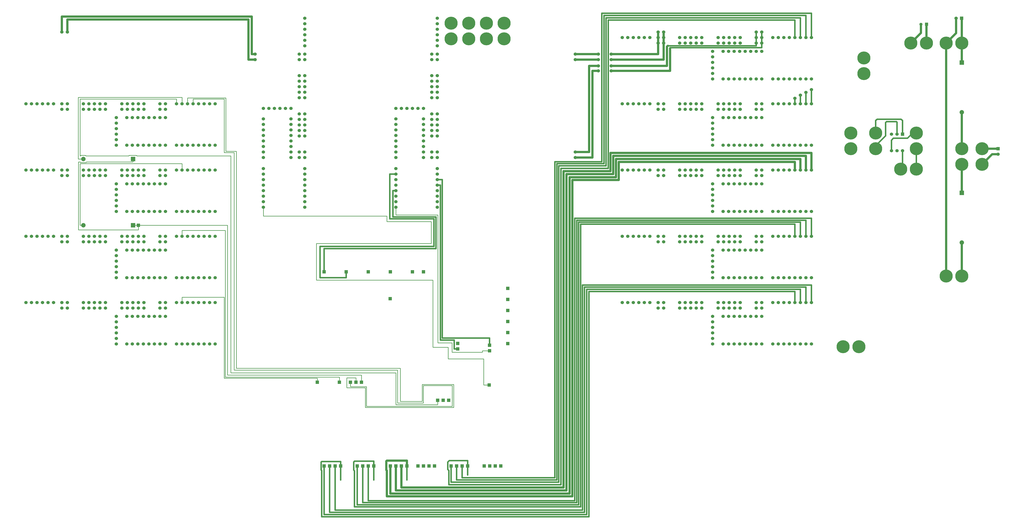
<source format=gbr>
G04 start of page 2 for group 0 idx 0 *
G04 Title: (unknown), P1_W1 *
G04 Creator: pcb 4.2.0 *
G04 CreationDate: Thu Sep 17 11:22:56 2020 UTC *
G04 For: commonadmin *
G04 Format: Gerber/RS-274X *
G04 PCB-Dimensions (mil): 18000.00 11000.00 *
G04 PCB-Coordinate-Origin: lower left *
%MOIN*%
%FSLAX25Y25*%
%LNTOP*%
%ADD24C,0.0280*%
%ADD23C,0.0300*%
%ADD22C,0.0500*%
%ADD21C,0.1870*%
%ADD20C,0.0350*%
%ADD19C,0.0380*%
%ADD18C,0.0800*%
%ADD17C,0.0550*%
%ADD16C,0.0001*%
%ADD15C,0.2362*%
%ADD14C,0.0600*%
%ADD13C,0.0400*%
%ADD12C,0.0100*%
%ADD11C,0.0250*%
G54D11*X770500Y393000D02*X771000D01*
X854500Y492500D02*Y505500D01*
X769000D01*
G54D12*X789500Y421500D02*X732500D01*
Y391000D01*
X693000D01*
X789500Y380000D02*X629500D01*
X789500Y421500D02*Y380000D01*
X629500D02*Y415500D01*
X596000D01*
Y433500D01*
X612500D01*
Y425500D01*
X693000Y391000D02*Y451000D01*
G54D11*X769000Y505500D02*Y792500D01*
X760000D01*
G54D12*X396000Y451000D02*Y844000D01*
X693000Y451000D02*X396000D01*
Y844000D02*X377000D01*
Y940500D01*
X307500D01*
Y930000D01*
G54D13*X1699500Y1085000D02*Y1058000D01*
X1681500Y1040000D01*
X1636000Y1074000D02*Y1058346D01*
X1617654Y1040000D01*
X1681500D02*Y618154D01*
X1681654Y618000D01*
G54D11*X1627500Y848654D02*Y811654D01*
G54D13*X1775500Y838500D02*X1764846D01*
X1746500Y820154D01*
G54D11*X1554000Y848654D02*Y854000D01*
X1572000Y872000D01*
Y896000D01*
X1573500Y897500D01*
X1591500D01*
X1592500Y896500D01*
Y875000D01*
G54D12*X392000Y447500D02*Y841500D01*
X374000D02*Y938500D01*
X317500D01*
Y930000D01*
G54D11*X765500Y502000D02*X790500D01*
Y486000D01*
X797000D01*
X765500Y502000D02*Y782500D01*
X760000D01*
G54D12*X688000Y447500D02*X392000D01*
X787000Y419500D02*X734500D01*
X787000D02*Y382000D01*
X631500Y417500D02*X602500D01*
Y425500D01*
X734500Y419500D02*Y388000D01*
X787000Y382000D02*X631500D01*
Y417500D01*
X688000Y447500D02*Y388000D01*
X734500D02*X688000D01*
X392000Y841500D02*X374000D01*
G54D13*X1746500Y848500D02*X1775500D01*
X1709846Y1084654D02*X1709500Y1085000D01*
X1709846Y1040000D02*Y1084654D01*
X1646000Y1074000D02*Y1040000D01*
X1710000Y1004500D02*Y1039846D01*
X1709846Y1040000D01*
X1710000Y914500D02*Y848500D01*
Y820154D02*Y768500D01*
Y678500D02*Y618000D01*
G54D11*X1602500Y875000D02*Y899500D01*
X1600000Y902000D01*
X1556500D01*
X1554000Y899500D01*
Y877000D01*
X1627500D02*X1621000D01*
X1611500Y867500D01*
X1586000D01*
X1582500Y864000D01*
Y845000D01*
X1602500D02*Y815000D01*
X1599154Y811654D01*
X547500Y671500D02*X754000D01*
Y721500D01*
X674000D01*
Y802500D01*
X685000D01*
X595000Y625500D02*Y615000D01*
X547500D01*
Y671500D01*
G54D13*X1010000Y1010000D02*X1051500D01*
X1075000D02*X1170000D01*
Y1060000D01*
X90000D02*Y1082500D01*
X418000D01*
Y1010000D01*
X430000D01*
G54D12*X287500Y930000D02*Y938500D01*
G54D13*X1010000Y1020000D02*X1051500D01*
X1075000D02*X1160000D01*
Y1060000D02*Y1020000D01*
X424000D02*X430000D01*
G54D12*X760500Y393000D02*Y385000D01*
G54D11*X685000Y772500D02*X679500D01*
Y725000D01*
X757500D01*
X555000Y625500D02*Y667500D01*
X757500Y725000D02*Y667500D01*
X555000D01*
G54D12*X760500Y385000D02*X685000D01*
Y442500D02*X386000D01*
Y835500D02*Y442500D01*
X685000Y385000D02*Y442500D01*
X287500Y938500D02*X113000D01*
Y835500D01*
X113500D01*
X114500Y836500D01*
X122500D01*
X123500Y835500D01*
X201000D01*
X202000Y836500D01*
X215000D01*
X216000Y835500D01*
X386000D01*
G54D13*X80000Y1060000D02*Y1088000D01*
X424000D01*
Y1020000D01*
G54D12*X297500Y810000D02*Y821500D01*
G54D11*X1069500Y813000D02*X984000D01*
G54D12*X109500Y830000D02*Y941500D01*
X297500D01*
Y930000D01*
X113000Y821500D02*X297500D01*
X113000Y710000D02*X119000D01*
Y830000D02*X109500D01*
X113000Y710000D02*Y821500D01*
G54D11*X781000Y240000D02*Y265500D01*
X779000Y267500D01*
Y281000D01*
X781500Y283500D01*
X815000D01*
Y257500D01*
G54D13*X1004500Y219000D02*X668500D01*
G54D11*X1019500Y200000D02*X610000D01*
X1034500Y182000D02*X550500D01*
X984000Y240000D02*X781000D01*
X705000Y274000D02*Y248500D01*
X645000Y282500D02*Y248500D01*
X585000Y282000D02*Y248500D01*
G54D13*X668500Y219000D02*Y265500D01*
X667500Y266500D01*
Y282500D01*
X668500Y283500D01*
X705000D01*
Y274000D01*
G54D11*X610000Y200000D02*Y265000D01*
X608500Y266500D01*
Y281000D01*
X610000Y282500D01*
X645000D01*
X550500Y182000D02*Y265500D01*
X549500Y266500D01*
Y281000D01*
X550500Y282000D01*
X585000D01*
G54D13*X1051500Y989500D02*X1041000D01*
Y832500D01*
X1010000D01*
X1088500Y824500D02*Y792000D01*
X1004500D01*
G54D11*X984000Y813000D02*Y240000D01*
G54D13*X1004500Y792000D02*Y219000D01*
G54D11*X1019500Y712000D02*Y200000D01*
X1034500Y590000D02*Y182000D01*
X1407500Y1050000D02*Y1081500D01*
X1069500D01*
Y813000D01*
X1347500Y1031500D02*X1181500D01*
G54D13*X1075000Y989500D02*X1181500D01*
Y1030500D01*
X1407500Y810000D02*Y824500D01*
G54D11*Y690000D02*Y712000D01*
Y570000D02*Y590000D01*
G54D13*Y824500D02*X1088500D01*
G54D11*X1407500Y712000D02*X1019500D01*
X1407500Y590000D02*X1034500D01*
X1347500Y1060000D02*Y1031500D01*
X1407500Y940000D02*Y930000D01*
G54D12*X622500Y425500D02*Y438500D01*
X380000D01*
G54D11*X805000Y252500D02*Y274000D01*
G54D12*X752000Y489000D02*Y610500D01*
X541000D01*
X854000Y420500D02*X844000D01*
Y468000D01*
X779500D01*
Y489000D02*X752000D01*
G54D11*X973000Y825000D02*Y252500D01*
G54D12*X541000Y677000D02*X749000D01*
Y716500D01*
X779500Y468000D02*Y489000D01*
X541000Y610500D02*Y677000D01*
X380000Y438500D02*Y710000D01*
X749000Y716500D02*X668500D01*
Y726500D01*
X445000D01*
Y742500D01*
X209000Y710000D02*X380000D01*
X218500D02*Y701500D01*
X110000D01*
Y821500D01*
Y824500D02*Y821000D01*
X209000Y830000D02*Y824500D01*
X124500D01*
X123500Y823500D01*
X114000D01*
X113000Y824500D01*
X110000D01*
G54D11*X1437500Y1050000D02*Y1094000D01*
G54D13*Y810000D02*Y841000D01*
G54D11*Y601500D02*Y570000D01*
Y955500D02*Y930000D01*
Y1094000D02*X1058000D01*
X1337500Y1060000D02*Y1035000D01*
X1177500D01*
G54D13*X1075000Y998500D02*X1176000D01*
X1437500Y841000D02*X1073500D01*
X1176000Y998500D02*Y1033500D01*
X1177500Y1035000D01*
G54D11*X1437500Y690000D02*Y722500D01*
X1009000D01*
X1437500Y601500D02*X1023000D01*
X1058000Y1094000D02*Y825000D01*
G54D13*X1035000Y842500D02*Y998500D01*
X1051500D01*
G54D11*X1058000Y825000D02*X973000D01*
G54D13*X1010000Y842500D02*X1035000D01*
X1073500Y841000D02*Y808000D01*
X988500D01*
Y235000D01*
G54D11*X1009000Y722500D02*Y211000D01*
X1023000Y601500D02*Y194000D01*
X805000Y252500D02*X973000D01*
G54D13*X988500Y235000D02*X695000D01*
G54D11*X1009000Y211000D02*X635000D01*
X1023000Y194000D02*X575000D01*
G54D13*X695000Y274000D02*Y235000D01*
G54D11*X635000Y274000D02*Y211000D01*
X575000Y194000D02*Y274000D01*
G54D12*X582500Y425500D02*Y435000D01*
X376000D01*
Y700500D01*
X297500D01*
Y690000D01*
G54D11*X795000Y248500D02*Y274000D01*
X976500Y248500D02*X795000D01*
G54D13*X994000Y229500D02*X685000D01*
Y274000D01*
G54D11*X1012500Y207500D02*X625000D01*
Y274000D01*
X1026500Y190000D02*X565000D01*
Y274000D01*
X1427500Y1050000D02*Y1090000D01*
X1062000D01*
X1427500Y950500D02*Y930000D01*
X1062000Y1090000D02*Y821500D01*
X976500D01*
G54D13*X994000Y802500D02*X1078500D01*
Y835500D01*
G54D11*X976500Y821500D02*Y248500D01*
G54D13*X994000Y802500D02*Y229500D01*
X1427500Y810000D02*Y835500D01*
X1078500D01*
G54D11*X1427500Y690000D02*Y719000D01*
X1012500D01*
X1427500Y570000D02*Y598000D01*
X1026500D01*
X1012500Y719000D02*Y207500D01*
X1026500Y598000D02*Y190000D01*
G54D12*X685000Y742500D02*Y728500D01*
X761000D01*
X786500Y480000D02*X841500D01*
Y482500D01*
G54D11*X785000Y244500D02*Y274000D01*
X980000Y817500D02*Y244500D01*
X785000D01*
G54D13*X999500Y797000D02*Y224000D01*
X675000D01*
G54D11*X1016000Y203500D02*X615000D01*
X1030500Y186000D02*X555000D01*
G54D13*X675000Y224000D02*Y274000D01*
G54D11*X615000Y203500D02*Y274000D01*
X555000Y186000D02*Y274000D01*
X1016000Y715500D02*Y203500D01*
X1030500Y594000D02*Y186000D01*
G54D12*X761000Y728500D02*Y497000D01*
X786500D01*
Y480000D01*
X841500Y482500D02*X854500D01*
X542500Y425500D02*Y433000D01*
X374000D01*
Y454500D01*
X297500Y570000D02*Y579500D01*
X374000D01*
Y454000D01*
G54D13*X1417500Y810000D02*Y830000D01*
G54D11*Y1050000D02*Y1085500D01*
X1065500D01*
Y817500D01*
X980000D01*
G54D13*X1417500Y830000D02*X1083500D01*
G54D11*X1417500Y945500D02*Y930000D01*
G54D13*X999500Y797000D02*X1083500D01*
Y830000D01*
G54D11*X1417500Y690000D02*Y715500D01*
Y570000D02*Y594000D01*
Y715500D02*X1016000D01*
X1417500Y594000D02*X1030500D01*
G54D14*X1367500Y975000D03*
X1377500D03*
X1387500D03*
X1397500D03*
X1407500D03*
X1417500D03*
X1427500D03*
X1437500D03*
G54D15*X1532500Y1012846D03*
Y984500D03*
G54D16*G36*
X1706000Y1008500D02*Y1000500D01*
X1714000D01*
Y1008500D01*
X1706000D01*
G37*
G54D14*X1367500Y1050000D03*
X1347500D03*
Y1040000D03*
X1377500Y1050000D03*
X1387500D03*
X1397500D03*
X1407500D03*
X1417500D03*
X1427500D03*
X1437500D03*
X1337500Y1040000D03*
Y1050000D03*
X1308500D03*
Y1040000D03*
G54D15*X1646000D03*
X1617654D03*
G54D14*X1219000D03*
X1209000Y1050000D03*
X1199000D03*
X1209000Y1040000D03*
X1199000D03*
X1170000D03*
X1160000D03*
X1170000Y1050000D03*
X1160000D03*
X1145000D03*
X1135000D03*
X1125000D03*
X1115000D03*
X1105000D03*
X1095000D03*
G54D15*X1709846Y1040000D03*
X1681500D03*
G54D16*G36*
X1706500Y1088000D02*Y1082000D01*
X1712500D01*
Y1088000D01*
X1706500D01*
G37*
G54D14*X1699500Y1085000D03*
G54D16*G36*
X1643250Y1076750D02*Y1071250D01*
X1648750D01*
Y1076750D01*
X1643250D01*
G37*
G54D17*X1636000Y1074000D03*
G54D14*X1277500Y975000D03*
X1287500D03*
X1297500D03*
X1307500D03*
X1317500D03*
X1327500D03*
X1337500D03*
X1347500D03*
X1258500D03*
Y985000D03*
Y995000D03*
Y1005000D03*
Y1015000D03*
Y1025000D03*
X1277500D03*
X1287500D03*
X1297500D03*
X1307500D03*
X1317500D03*
X1327500D03*
X1337500D03*
X1347500D03*
X1298500Y1050000D03*
X1288500D03*
X1278500D03*
X1268500D03*
X1298500Y1040000D03*
X1288500D03*
X1278500D03*
X1268500D03*
X1239000D03*
X1229000D03*
X1239000Y1050000D03*
X1229000D03*
X1219000D03*
X287500Y495000D03*
X297500D03*
X307500D03*
X317500D03*
X327500D03*
X337500D03*
X347500D03*
X357500D03*
X197500D03*
X207500D03*
X217500D03*
X227500D03*
X237500D03*
X247500D03*
X257500D03*
X267500D03*
X178500D03*
Y505000D03*
Y515000D03*
Y525000D03*
Y535000D03*
Y545000D03*
X197500D03*
X207500D03*
X217500D03*
X227500D03*
X237500D03*
X247500D03*
X257500D03*
X267500D03*
X287500Y570000D03*
X267500D03*
Y560000D03*
X297500Y570000D03*
X307500D03*
X317500D03*
X327500D03*
X337500D03*
X347500D03*
X357500D03*
X257500Y560000D03*
Y570000D03*
X228500D03*
Y560000D03*
X218500Y570000D03*
X208500D03*
X198500D03*
X188500D03*
X218500Y560000D03*
X208500D03*
X198500D03*
X188500D03*
X159000D03*
X149000D03*
X159000Y570000D03*
X149000D03*
X139000D03*
Y560000D03*
X129000Y570000D03*
X119000D03*
X129000Y560000D03*
X119000D03*
X90000D03*
X80000D03*
X90000Y570000D03*
X80000D03*
X65000D03*
X55000D03*
X45000D03*
X35000D03*
X25000D03*
X15000D03*
X197500Y615000D03*
X207500D03*
X217500D03*
X227500D03*
X237500D03*
X247500D03*
X257500D03*
X267500D03*
G54D16*G36*
X592000Y628500D02*Y622500D01*
X598000D01*
Y628500D01*
X592000D01*
G37*
G36*
X552000D02*Y622500D01*
X558000D01*
Y628500D01*
X552000D01*
G37*
G54D14*X178500Y615000D03*
Y625000D03*
Y635000D03*
Y645000D03*
Y655000D03*
Y665000D03*
X197500D03*
X207500D03*
X217500D03*
X227500D03*
X237500D03*
X247500D03*
X257500D03*
X267500D03*
X218500Y690000D03*
Y680000D03*
X208500D03*
X198500D03*
X188500D03*
X208500Y690000D03*
X198500D03*
X188500D03*
X159000D03*
X149000D03*
X139000D03*
G54D18*X119000Y710000D03*
G54D16*G36*
X215500Y713000D02*Y707000D01*
X221500D01*
Y713000D01*
X215500D01*
G37*
G54D14*X159000Y680000D03*
X149000D03*
X139000D03*
X129000Y690000D03*
X119000D03*
X129000Y680000D03*
X119000D03*
X90000D03*
X80000D03*
X90000Y690000D03*
X80000D03*
X65000D03*
X55000D03*
X45000D03*
X35000D03*
X25000D03*
X15000D03*
X287500Y855000D03*
Y930000D03*
X297500D03*
X307500D03*
X317500D03*
X327500D03*
X337500D03*
X347500D03*
X357500D03*
X297500Y855000D03*
X307500D03*
X317500D03*
X327500D03*
X337500D03*
X347500D03*
X357500D03*
X317500Y810000D03*
X327500D03*
X337500D03*
X347500D03*
X357500D03*
X287500D03*
X297500D03*
X307500D03*
X228500D03*
X218500D03*
X208500D03*
X267500D03*
Y800000D03*
X257500D03*
Y810000D03*
X228500Y800000D03*
X218500D03*
X208500D03*
G54D16*G36*
X205000Y834000D02*Y826000D01*
X213000D01*
Y834000D01*
X205000D01*
G37*
G54D14*X198500Y810000D03*
Y800000D03*
X188500D03*
Y810000D03*
X159000D03*
X149000D03*
X139000D03*
X129000D03*
X119000D03*
X159000Y800000D03*
X149000D03*
X139000D03*
X129000D03*
X119000D03*
X197500Y855000D03*
X207500D03*
X217500D03*
X227500D03*
X237500D03*
X247500D03*
X257500D03*
X267500D03*
X178500D03*
Y865000D03*
Y875000D03*
Y885000D03*
Y895000D03*
Y905000D03*
X197500D03*
X207500D03*
X217500D03*
X227500D03*
X237500D03*
X247500D03*
X257500D03*
X267500D03*
Y930000D03*
Y920000D03*
X257500D03*
Y930000D03*
X228500D03*
Y920000D03*
X218500Y930000D03*
Y920000D03*
X208500Y930000D03*
Y920000D03*
X198500Y930000D03*
X188500D03*
X198500Y920000D03*
X188500D03*
X159000D03*
X149000D03*
X139000D03*
X129000D03*
X159000Y930000D03*
X149000D03*
X139000D03*
X129000D03*
X119000D03*
Y920000D03*
X90000Y930000D03*
X80000D03*
X65000D03*
X90000Y920000D03*
X80000D03*
X55000Y930000D03*
X45000D03*
X35000D03*
X25000D03*
X15000D03*
X317500Y615000D03*
X327500D03*
X337500D03*
X347500D03*
X287500D03*
X297500D03*
X307500D03*
X357500D03*
X307500Y690000D03*
X317500D03*
X327500D03*
X337500D03*
X347500D03*
X357500D03*
X287500D03*
X267500D03*
Y680000D03*
X297500Y690000D03*
X287500Y735000D03*
X297500D03*
X307500D03*
X317500D03*
X327500D03*
X337500D03*
X347500D03*
X357500D03*
X267500D03*
X257500Y680000D03*
Y690000D03*
X228500D03*
Y680000D03*
X257500Y735000D03*
G54D16*G36*
X205000Y714000D02*Y706000D01*
X213000D01*
Y714000D01*
X205000D01*
G37*
G54D14*X197500Y735000D03*
X207500D03*
X217500D03*
X227500D03*
X237500D03*
X247500D03*
X178500D03*
Y745000D03*
Y755000D03*
Y765000D03*
Y775000D03*
Y785000D03*
X197500D03*
X207500D03*
X217500D03*
X227500D03*
X237500D03*
X247500D03*
X257500D03*
X267500D03*
X90000Y810000D03*
X80000D03*
X65000D03*
X90000Y800000D03*
X80000D03*
X55000Y810000D03*
X45000D03*
X35000D03*
X25000D03*
X15000D03*
G54D18*X119000Y830000D03*
G54D14*X445000Y812500D03*
X520000D03*
X445000Y802500D03*
Y792500D03*
Y782500D03*
Y772500D03*
Y762500D03*
Y752500D03*
Y742500D03*
X520000Y802500D03*
Y792500D03*
Y782500D03*
Y772500D03*
Y762500D03*
Y752500D03*
Y742500D03*
Y832500D03*
X510000D03*
Y842500D03*
X520000D03*
X445000Y902500D03*
Y921500D03*
X455000D03*
X445000Y892500D03*
X465000Y921500D03*
X475000D03*
X485000D03*
X495000D03*
Y902500D03*
X445000Y882500D03*
Y872500D03*
Y862500D03*
Y852500D03*
Y842500D03*
Y832500D03*
X495000Y862500D03*
Y852500D03*
Y842500D03*
Y832500D03*
Y892500D03*
Y882500D03*
Y872500D03*
X520000Y871500D03*
X510000D03*
Y881500D03*
Y891500D03*
Y901500D03*
X520000Y881500D03*
Y891500D03*
Y901500D03*
Y911500D03*
Y941000D03*
Y951000D03*
X510000Y911500D03*
Y941000D03*
Y951000D03*
X520000Y961000D03*
Y971000D03*
Y981000D03*
Y1010000D03*
X510000Y961000D03*
Y971000D03*
Y981000D03*
Y1010000D03*
Y1020000D03*
X520000D03*
Y1035000D03*
Y1045000D03*
Y1055000D03*
Y1065000D03*
Y1075000D03*
Y1085000D03*
X1367500Y735000D03*
Y810000D03*
X1377500D03*
X1387500D03*
X1397500D03*
X1407500D03*
X1417500D03*
X1427500D03*
X1437500D03*
X1377500Y735000D03*
X1387500D03*
X1397500D03*
X1407500D03*
X1417500D03*
X1427500D03*
X1437500D03*
X1397500Y690000D03*
X1407500D03*
X1417500D03*
X1427500D03*
X1437500D03*
X1367500Y495000D03*
X1377500D03*
X1387500D03*
X1397500D03*
X1407500D03*
X1417500D03*
X1427500D03*
X1437500D03*
G54D15*X1495000Y490000D03*
X1523346D03*
G54D14*X1367500Y570000D03*
X1377500D03*
X1387500D03*
X1397500D03*
X1407500D03*
X1417500D03*
X1427500D03*
X1437500D03*
X1278500Y810000D03*
X1268500D03*
X1278500Y800000D03*
X1268500D03*
X1239000D03*
X1229000D03*
X1219000D03*
X1209000D03*
X1239000Y810000D03*
X1229000D03*
X1219000D03*
X1209000D03*
X1199000D03*
Y800000D03*
X1170000Y810000D03*
X1160000D03*
X1145000D03*
X1170000Y800000D03*
X1160000D03*
X1135000Y810000D03*
X1125000D03*
X1115000D03*
X1105000D03*
X1095000D03*
X1367500Y615000D03*
X1377500D03*
X1387500D03*
X1397500D03*
X1407500D03*
X1417500D03*
X1427500D03*
X1437500D03*
X1297500D03*
X1307500D03*
X1317500D03*
X1327500D03*
X1337500D03*
X1347500D03*
X1277500D03*
X1258500D03*
Y625000D03*
Y635000D03*
Y645000D03*
Y655000D03*
Y665000D03*
X1287500D03*
X1297500D03*
X1307500D03*
X1317500D03*
X1327500D03*
X1337500D03*
X1347500D03*
X1287500Y615000D03*
G54D16*G36*
X712000Y628500D02*Y622500D01*
X718000D01*
Y628500D01*
X712000D01*
G37*
G36*
X732000D02*Y622500D01*
X738000D01*
Y628500D01*
X732000D01*
G37*
G36*
X672000D02*Y622500D01*
X678000D01*
Y628500D01*
X672000D01*
G37*
G36*
X632000D02*Y622500D01*
X638000D01*
Y628500D01*
X632000D01*
G37*
G36*
X671500Y580000D02*Y574000D01*
X677500D01*
Y580000D01*
X671500D01*
G37*
G54D14*X1277500Y735000D03*
X1287500D03*
X1297500D03*
X1307500D03*
X1317500D03*
X1327500D03*
X1337500D03*
X1347500D03*
X1258500D03*
Y745000D03*
Y755000D03*
Y765000D03*
Y775000D03*
Y785000D03*
X1277500D03*
X1287500D03*
X1297500D03*
X1307500D03*
X1317500D03*
X1327500D03*
X1337500D03*
X1347500D03*
Y810000D03*
Y800000D03*
X1337500D03*
Y810000D03*
X1308500D03*
Y800000D03*
X1298500Y810000D03*
Y800000D03*
X1288500Y810000D03*
Y800000D03*
X1367500Y690000D03*
X1377500D03*
X1387500D03*
X1308500D03*
X1298500D03*
X1288500D03*
X1347500D03*
Y680000D03*
X1337500D03*
Y690000D03*
X1308500Y680000D03*
X1298500D03*
X1288500D03*
X1278500Y690000D03*
Y680000D03*
X1268500D03*
Y690000D03*
X1239000D03*
X1229000D03*
X1219000D03*
X1209000D03*
X1199000D03*
X1239000Y680000D03*
X1229000D03*
X1219000D03*
X1209000D03*
X1199000D03*
X1170000Y690000D03*
X1160000D03*
X1145000D03*
X1170000Y680000D03*
X1160000D03*
X1135000Y690000D03*
X1125000D03*
X1115000D03*
X1105000D03*
X1095000D03*
X1287500Y495000D03*
X1297500D03*
X1307500D03*
X1317500D03*
X1327500D03*
X1337500D03*
G54D16*G36*
X794000Y499000D02*Y493000D01*
X800000D01*
Y499000D01*
X794000D01*
G37*
G36*
Y489000D02*Y483000D01*
X800000D01*
Y489000D01*
X794000D01*
G37*
G54D14*X1277500Y665000D03*
Y495000D03*
Y545000D03*
X1258500Y525000D03*
Y535000D03*
Y545000D03*
X1287500D03*
X1297500D03*
X1307500D03*
X1317500D03*
X1278500Y560000D03*
X1268500Y570000D03*
Y560000D03*
X1258500Y495000D03*
Y505000D03*
Y515000D03*
X1347500Y495000D03*
G54D16*G36*
X884500Y518500D02*Y512500D01*
X890500D01*
Y518500D01*
X884500D01*
G37*
G36*
X851500Y485500D02*Y479500D01*
X857500D01*
Y485500D01*
X851500D01*
G37*
G36*
Y495500D02*Y489500D01*
X857500D01*
Y495500D01*
X851500D01*
G37*
G36*
X851000Y423500D02*Y417500D01*
X857000D01*
Y423500D01*
X851000D01*
G37*
G36*
X884500Y498500D02*Y492500D01*
X890500D01*
Y498500D01*
X884500D01*
G37*
G54D14*X1327500Y545000D03*
X1337500D03*
X1347500D03*
Y570000D03*
Y560000D03*
X1337500D03*
Y570000D03*
X1308500D03*
Y560000D03*
X1298500Y570000D03*
Y560000D03*
X1288500Y570000D03*
Y560000D03*
X1278500Y570000D03*
X1239000D03*
Y560000D03*
X1229000Y570000D03*
Y560000D03*
X1219000Y570000D03*
Y560000D03*
X1209000Y570000D03*
Y560000D03*
X1199000D03*
Y570000D03*
X1170000D03*
Y560000D03*
X1160000D03*
Y570000D03*
X1145000D03*
X1135000D03*
X1125000D03*
X1115000D03*
X1105000D03*
X1095000D03*
G54D16*G36*
X884500Y598500D02*Y592500D01*
X890500D01*
Y598500D01*
X884500D01*
G37*
G36*
Y578500D02*Y572500D01*
X890500D01*
Y578500D01*
X884500D01*
G37*
G36*
Y538500D02*Y532500D01*
X890500D01*
Y538500D01*
X884500D01*
G37*
G36*
Y558500D02*Y552500D01*
X890500D01*
Y558500D01*
X884500D01*
G37*
G36*
X872000Y277000D02*Y271000D01*
X878000D01*
Y277000D01*
X872000D01*
G37*
G36*
X862000D02*Y271000D01*
X868000D01*
Y277000D01*
X862000D01*
G37*
G36*
X852000D02*Y271000D01*
X858000D01*
Y277000D01*
X852000D01*
G37*
G36*
X842000D02*Y271000D01*
X848000D01*
Y277000D01*
X842000D01*
G37*
G36*
X812000D02*Y271000D01*
X818000D01*
Y277000D01*
X812000D01*
G37*
G36*
X802000D02*Y271000D01*
X808000D01*
Y277000D01*
X802000D01*
G37*
G36*
X792000D02*Y271000D01*
X798000D01*
Y277000D01*
X792000D01*
G37*
G36*
X782000D02*Y271000D01*
X788000D01*
Y277000D01*
X782000D01*
G37*
G36*
X582000D02*Y271000D01*
X588000D01*
Y277000D01*
X582000D01*
G37*
G36*
X642000D02*Y271000D01*
X648000D01*
Y277000D01*
X642000D01*
G37*
G36*
X632000D02*Y271000D01*
X638000D01*
Y277000D01*
X632000D01*
G37*
G36*
X622000D02*Y271000D01*
X628000D01*
Y277000D01*
X622000D01*
G37*
G36*
X612000D02*Y271000D01*
X618000D01*
Y277000D01*
X612000D01*
G37*
G36*
X572000D02*Y271000D01*
X578000D01*
Y277000D01*
X572000D01*
G37*
G36*
X579500Y428500D02*Y422500D01*
X585500D01*
Y428500D01*
X579500D01*
G37*
G36*
X619500D02*Y422500D01*
X625500D01*
Y428500D01*
X619500D01*
G37*
G36*
X599500D02*Y422500D01*
X605500D01*
Y428500D01*
X599500D01*
G37*
G36*
X609500D02*Y422500D01*
X615500D01*
Y428500D01*
X609500D01*
G37*
G36*
X562000Y277000D02*Y271000D01*
X568000D01*
Y277000D01*
X562000D01*
G37*
G36*
X552000D02*Y271000D01*
X558000D01*
Y277000D01*
X552000D01*
G37*
G36*
X539500Y428500D02*Y422500D01*
X545500D01*
Y428500D01*
X539500D01*
G37*
G36*
X702000Y277000D02*Y271000D01*
X708000D01*
Y277000D01*
X702000D01*
G37*
G36*
X692000D02*Y271000D01*
X698000D01*
Y277000D01*
X692000D01*
G37*
G36*
X732000D02*Y271000D01*
X738000D01*
Y277000D01*
X732000D01*
G37*
G36*
X722000D02*Y271000D01*
X728000D01*
Y277000D01*
X722000D01*
G37*
G36*
X752000D02*Y271000D01*
X758000D01*
Y277000D01*
X752000D01*
G37*
G36*
X742000D02*Y271000D01*
X748000D01*
Y277000D01*
X742000D01*
G37*
G36*
X682000D02*Y271000D01*
X688000D01*
Y277000D01*
X682000D01*
G37*
G36*
X672000D02*Y271000D01*
X678000D01*
Y277000D01*
X672000D01*
G37*
G36*
X777500Y396000D02*Y390000D01*
X783500D01*
Y396000D01*
X777500D01*
G37*
G36*
X767500D02*Y390000D01*
X773500D01*
Y396000D01*
X767500D01*
G37*
G36*
X757500D02*Y390000D01*
X763500D01*
Y396000D01*
X757500D01*
G37*
G54D15*X881000Y1075846D03*
Y1047500D03*
X849000Y1075846D03*
Y1047500D03*
X817000Y1075846D03*
Y1047500D03*
X785000Y1075846D03*
Y1047500D03*
G54D14*X760000Y1085000D03*
Y1075000D03*
Y1065000D03*
Y1055000D03*
Y1045000D03*
Y1035000D03*
Y1020000D03*
X750000D03*
Y1010000D03*
X760000D03*
X750000Y981000D03*
X760000D03*
X750000Y971000D03*
X760000D03*
X750000Y961000D03*
Y951000D03*
Y941000D03*
X760000Y961000D03*
Y951000D03*
Y941000D03*
Y911500D03*
Y901500D03*
Y891500D03*
Y742500D03*
Y752500D03*
Y762500D03*
Y772500D03*
Y782500D03*
Y792500D03*
Y802500D03*
Y812500D03*
Y881500D03*
Y871500D03*
Y842500D03*
Y832500D03*
X750000Y871500D03*
X735000Y852500D03*
Y862500D03*
X750000Y842500D03*
Y832500D03*
X735000D03*
Y842500D03*
Y872500D03*
X750000Y911500D03*
Y901500D03*
Y891500D03*
Y881500D03*
X735000Y882500D03*
Y892500D03*
Y902500D03*
Y921500D03*
X725000D03*
X715000D03*
X705000D03*
X695000D03*
X685000D03*
Y882500D03*
Y892500D03*
Y902500D03*
Y832500D03*
Y842500D03*
Y852500D03*
Y862500D03*
Y872500D03*
Y742500D03*
Y752500D03*
Y762500D03*
Y772500D03*
Y782500D03*
Y792500D03*
Y802500D03*
Y812500D03*
X1367500Y855000D03*
Y930000D03*
X1377500Y855000D03*
X1387500D03*
X1397500D03*
X1407500D03*
X1417500D03*
X1427500D03*
X1437500D03*
X1377500Y930000D03*
X1387500D03*
X1397500D03*
X1407500D03*
X1417500D03*
X1427500D03*
X1437500D03*
X1277500Y855000D03*
X1287500D03*
X1297500D03*
X1307500D03*
X1317500D03*
X1327500D03*
X1337500D03*
X1347500D03*
X1258500D03*
Y865000D03*
Y875000D03*
Y885000D03*
Y895000D03*
Y905000D03*
X1277500D03*
X1287500D03*
X1297500D03*
X1307500D03*
X1317500D03*
X1327500D03*
X1337500D03*
X1347500D03*
X1278500Y930000D03*
X1268500D03*
X1278500Y920000D03*
X1268500D03*
X1239000D03*
X1229000D03*
X1219000D03*
X1209000D03*
X1239000Y930000D03*
X1229000D03*
X1219000D03*
X1209000D03*
X1199000D03*
Y920000D03*
X1170000Y930000D03*
X1160000D03*
X1145000D03*
X1170000Y920000D03*
X1160000D03*
X1135000Y930000D03*
X1125000D03*
X1115000D03*
X1105000D03*
X1095000D03*
G54D15*X1746500Y848500D03*
G54D16*G36*
X1772500Y851500D02*Y845500D01*
X1778500D01*
Y851500D01*
X1772500D01*
G37*
G54D14*X1775500Y838500D03*
G54D15*X1746500Y820154D03*
X1710000Y848500D03*
Y820154D03*
G54D16*G36*
X1706000Y772500D02*Y764500D01*
X1714000D01*
Y772500D01*
X1706000D01*
G37*
G54D18*X1710000Y678500D03*
G54D15*Y618000D03*
X1681654D03*
X1554000Y848654D03*
G54D14*X1582500Y845000D03*
X1592500D03*
X1602500D03*
G54D15*X1627500Y848654D03*
X1599154Y811654D03*
X1627500D03*
G54D14*X1347500Y930000D03*
Y920000D03*
X1337500D03*
Y930000D03*
X1308500D03*
Y920000D03*
X1298500Y930000D03*
Y920000D03*
X1288500Y930000D03*
Y920000D03*
G54D18*X1710000Y914500D03*
G54D15*X1554000Y877000D03*
G54D16*G36*
X1599500Y878000D02*Y872000D01*
X1605500D01*
Y878000D01*
X1599500D01*
G37*
G54D14*X1592500Y875000D03*
X1582500D03*
G54D15*X1627500Y877000D03*
X1509000D03*
Y848654D03*
G54D14*X1075000Y1020000D03*
Y1010000D03*
X1051500D03*
Y1020000D03*
X1160000Y1060000D03*
X1170000D03*
X1337500D03*
X1347500D03*
X80000D03*
X90000D03*
X1010000Y1020000D03*
X430000D03*
Y1010000D03*
X1010000D03*
Y842500D03*
Y832500D03*
X1075000Y998500D03*
X1051500D03*
X1075000Y989500D03*
X1051500D03*
X1407500Y940000D03*
X1417500Y945500D03*
X1427500Y950500D03*
X1437500Y955500D03*
G54D19*G54D20*G54D19*G54D21*G54D22*G54D19*G54D21*G54D19*G54D21*G54D19*G54D23*G54D19*G54D22*G54D19*G54D22*G54D19*G54D22*G54D19*G54D22*G54D19*G54D21*G54D19*G54D21*G54D19*G54D21*G54D19*G54D21*G54D22*G54D21*G54D24*G54D21*G54D19*G54D22*G54D21*G54D24*G54D21*M02*

</source>
